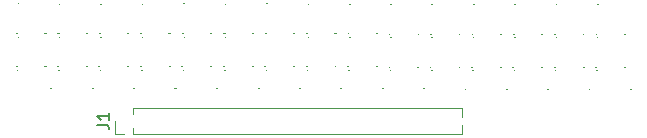
<source format=gbr>
%TF.GenerationSoftware,KiCad,Pcbnew,8.0.8-2.fc41*%
%TF.CreationDate,2025-02-01T06:38:31+00:00*%
%TF.ProjectId,small_led_a,736d616c-6c5f-46c6-9564-5f612e6b6963,rev?*%
%TF.SameCoordinates,Original*%
%TF.FileFunction,Legend,Top*%
%TF.FilePolarity,Positive*%
%FSLAX46Y46*%
G04 Gerber Fmt 4.6, Leading zero omitted, Abs format (unit mm)*
G04 Created by KiCad (PCBNEW 8.0.8-2.fc41) date 2025-02-01 06:38:31*
%MOMM*%
%LPD*%
G01*
G04 APERTURE LIST*
%ADD10C,0.150000*%
%ADD11C,0.100000*%
%ADD12C,0.120000*%
G04 APERTURE END LIST*
D10*
X69519819Y-63733333D02*
X70234104Y-63733333D01*
X70234104Y-63733333D02*
X70376961Y-63780952D01*
X70376961Y-63780952D02*
X70472200Y-63876190D01*
X70472200Y-63876190D02*
X70519819Y-64019047D01*
X70519819Y-64019047D02*
X70519819Y-64114285D01*
X70519819Y-62733333D02*
X70519819Y-63304761D01*
X70519819Y-63019047D02*
X69519819Y-63019047D01*
X69519819Y-63019047D02*
X69662676Y-63114285D01*
X69662676Y-63114285D02*
X69757914Y-63209523D01*
X69757914Y-63209523D02*
X69805533Y-63304761D01*
D11*
%TO.C,U15*%
X114750000Y-60722500D02*
G75*
G02*
X114650000Y-60722500I-50000J0D01*
G01*
X114650000Y-60722500D02*
G75*
G02*
X114750000Y-60722500I50000J0D01*
G01*
X114250000Y-58872500D02*
G75*
G02*
X114150000Y-58872500I-50000J0D01*
G01*
X114150000Y-58872500D02*
G75*
G02*
X114250000Y-58872500I50000J0D01*
G01*
X114250000Y-56072500D02*
G75*
G02*
X114150000Y-56072500I-50000J0D01*
G01*
X114150000Y-56072500D02*
G75*
G02*
X114250000Y-56072500I50000J0D01*
G01*
X111960000Y-53572500D02*
G75*
G02*
X111860000Y-53572500I-50000J0D01*
G01*
X111860000Y-53572500D02*
G75*
G02*
X111960000Y-53572500I50000J0D01*
G01*
X111950000Y-56372500D02*
G75*
G02*
X111850000Y-56372500I-50000J0D01*
G01*
X111850000Y-56372500D02*
G75*
G02*
X111950000Y-56372500I50000J0D01*
G01*
X111900000Y-59172500D02*
G75*
G02*
X111800000Y-59172500I-50000J0D01*
G01*
X111800000Y-59172500D02*
G75*
G02*
X111900000Y-59172500I50000J0D01*
G01*
X111850000Y-56072500D02*
G75*
G02*
X111750000Y-56072500I-50000J0D01*
G01*
X111750000Y-56072500D02*
G75*
G02*
X111850000Y-56072500I50000J0D01*
G01*
X111800000Y-58872500D02*
G75*
G02*
X111700000Y-58872500I-50000J0D01*
G01*
X111700000Y-58872500D02*
G75*
G02*
X111800000Y-58872500I50000J0D01*
G01*
%TO.C,U14*%
X108300000Y-58872500D02*
G75*
G02*
X108200000Y-58872500I-50000J0D01*
G01*
X108200000Y-58872500D02*
G75*
G02*
X108300000Y-58872500I50000J0D01*
G01*
X108350000Y-56072500D02*
G75*
G02*
X108250000Y-56072500I-50000J0D01*
G01*
X108250000Y-56072500D02*
G75*
G02*
X108350000Y-56072500I50000J0D01*
G01*
X108400000Y-59172500D02*
G75*
G02*
X108300000Y-59172500I-50000J0D01*
G01*
X108300000Y-59172500D02*
G75*
G02*
X108400000Y-59172500I50000J0D01*
G01*
X108450000Y-56372500D02*
G75*
G02*
X108350000Y-56372500I-50000J0D01*
G01*
X108350000Y-56372500D02*
G75*
G02*
X108450000Y-56372500I50000J0D01*
G01*
X108460000Y-53572500D02*
G75*
G02*
X108360000Y-53572500I-50000J0D01*
G01*
X108360000Y-53572500D02*
G75*
G02*
X108460000Y-53572500I50000J0D01*
G01*
X110750000Y-56072500D02*
G75*
G02*
X110650000Y-56072500I-50000J0D01*
G01*
X110650000Y-56072500D02*
G75*
G02*
X110750000Y-56072500I50000J0D01*
G01*
X110750000Y-58872500D02*
G75*
G02*
X110650000Y-58872500I-50000J0D01*
G01*
X110650000Y-58872500D02*
G75*
G02*
X110750000Y-58872500I50000J0D01*
G01*
X111250000Y-60722500D02*
G75*
G02*
X111150000Y-60722500I-50000J0D01*
G01*
X111150000Y-60722500D02*
G75*
G02*
X111250000Y-60722500I50000J0D01*
G01*
%TO.C,U13*%
X104800000Y-58872500D02*
G75*
G02*
X104700000Y-58872500I-50000J0D01*
G01*
X104700000Y-58872500D02*
G75*
G02*
X104800000Y-58872500I50000J0D01*
G01*
X104850000Y-56072500D02*
G75*
G02*
X104750000Y-56072500I-50000J0D01*
G01*
X104750000Y-56072500D02*
G75*
G02*
X104850000Y-56072500I50000J0D01*
G01*
X104900000Y-59172500D02*
G75*
G02*
X104800000Y-59172500I-50000J0D01*
G01*
X104800000Y-59172500D02*
G75*
G02*
X104900000Y-59172500I50000J0D01*
G01*
X104950000Y-56372500D02*
G75*
G02*
X104850000Y-56372500I-50000J0D01*
G01*
X104850000Y-56372500D02*
G75*
G02*
X104950000Y-56372500I50000J0D01*
G01*
X104960000Y-53572500D02*
G75*
G02*
X104860000Y-53572500I-50000J0D01*
G01*
X104860000Y-53572500D02*
G75*
G02*
X104960000Y-53572500I50000J0D01*
G01*
X107250000Y-56072500D02*
G75*
G02*
X107150000Y-56072500I-50000J0D01*
G01*
X107150000Y-56072500D02*
G75*
G02*
X107250000Y-56072500I50000J0D01*
G01*
X107250000Y-58872500D02*
G75*
G02*
X107150000Y-58872500I-50000J0D01*
G01*
X107150000Y-58872500D02*
G75*
G02*
X107250000Y-58872500I50000J0D01*
G01*
X107750000Y-60722500D02*
G75*
G02*
X107650000Y-60722500I-50000J0D01*
G01*
X107650000Y-60722500D02*
G75*
G02*
X107750000Y-60722500I50000J0D01*
G01*
%TO.C,U12*%
X101300000Y-58872500D02*
G75*
G02*
X101200000Y-58872500I-50000J0D01*
G01*
X101200000Y-58872500D02*
G75*
G02*
X101300000Y-58872500I50000J0D01*
G01*
X101350000Y-56072500D02*
G75*
G02*
X101250000Y-56072500I-50000J0D01*
G01*
X101250000Y-56072500D02*
G75*
G02*
X101350000Y-56072500I50000J0D01*
G01*
X101400000Y-59172500D02*
G75*
G02*
X101300000Y-59172500I-50000J0D01*
G01*
X101300000Y-59172500D02*
G75*
G02*
X101400000Y-59172500I50000J0D01*
G01*
X101450000Y-56372500D02*
G75*
G02*
X101350000Y-56372500I-50000J0D01*
G01*
X101350000Y-56372500D02*
G75*
G02*
X101450000Y-56372500I50000J0D01*
G01*
X101460000Y-53572500D02*
G75*
G02*
X101360000Y-53572500I-50000J0D01*
G01*
X101360000Y-53572500D02*
G75*
G02*
X101460000Y-53572500I50000J0D01*
G01*
X103750000Y-56072500D02*
G75*
G02*
X103650000Y-56072500I-50000J0D01*
G01*
X103650000Y-56072500D02*
G75*
G02*
X103750000Y-56072500I50000J0D01*
G01*
X103750000Y-58872500D02*
G75*
G02*
X103650000Y-58872500I-50000J0D01*
G01*
X103650000Y-58872500D02*
G75*
G02*
X103750000Y-58872500I50000J0D01*
G01*
X104250000Y-60722500D02*
G75*
G02*
X104150000Y-60722500I-50000J0D01*
G01*
X104150000Y-60722500D02*
G75*
G02*
X104250000Y-60722500I50000J0D01*
G01*
%TO.C,U11*%
X97800000Y-58855000D02*
G75*
G02*
X97700000Y-58855000I-50000J0D01*
G01*
X97700000Y-58855000D02*
G75*
G02*
X97800000Y-58855000I50000J0D01*
G01*
X97850000Y-56055000D02*
G75*
G02*
X97750000Y-56055000I-50000J0D01*
G01*
X97750000Y-56055000D02*
G75*
G02*
X97850000Y-56055000I50000J0D01*
G01*
X97900000Y-59155000D02*
G75*
G02*
X97800000Y-59155000I-50000J0D01*
G01*
X97800000Y-59155000D02*
G75*
G02*
X97900000Y-59155000I50000J0D01*
G01*
X97950000Y-56355000D02*
G75*
G02*
X97850000Y-56355000I-50000J0D01*
G01*
X97850000Y-56355000D02*
G75*
G02*
X97950000Y-56355000I50000J0D01*
G01*
X97960000Y-53555000D02*
G75*
G02*
X97860000Y-53555000I-50000J0D01*
G01*
X97860000Y-53555000D02*
G75*
G02*
X97960000Y-53555000I50000J0D01*
G01*
X100250000Y-56055000D02*
G75*
G02*
X100150000Y-56055000I-50000J0D01*
G01*
X100150000Y-56055000D02*
G75*
G02*
X100250000Y-56055000I50000J0D01*
G01*
X100250000Y-58855000D02*
G75*
G02*
X100150000Y-58855000I-50000J0D01*
G01*
X100150000Y-58855000D02*
G75*
G02*
X100250000Y-58855000I50000J0D01*
G01*
X100750000Y-60705000D02*
G75*
G02*
X100650000Y-60705000I-50000J0D01*
G01*
X100650000Y-60705000D02*
G75*
G02*
X100750000Y-60705000I50000J0D01*
G01*
%TO.C,U10*%
X97250000Y-60700000D02*
G75*
G02*
X97150000Y-60700000I-50000J0D01*
G01*
X97150000Y-60700000D02*
G75*
G02*
X97250000Y-60700000I50000J0D01*
G01*
X96750000Y-58850000D02*
G75*
G02*
X96650000Y-58850000I-50000J0D01*
G01*
X96650000Y-58850000D02*
G75*
G02*
X96750000Y-58850000I50000J0D01*
G01*
X96750000Y-56050000D02*
G75*
G02*
X96650000Y-56050000I-50000J0D01*
G01*
X96650000Y-56050000D02*
G75*
G02*
X96750000Y-56050000I50000J0D01*
G01*
X94460000Y-53550000D02*
G75*
G02*
X94360000Y-53550000I-50000J0D01*
G01*
X94360000Y-53550000D02*
G75*
G02*
X94460000Y-53550000I50000J0D01*
G01*
X94450000Y-56350000D02*
G75*
G02*
X94350000Y-56350000I-50000J0D01*
G01*
X94350000Y-56350000D02*
G75*
G02*
X94450000Y-56350000I50000J0D01*
G01*
X94400000Y-59150000D02*
G75*
G02*
X94300000Y-59150000I-50000J0D01*
G01*
X94300000Y-59150000D02*
G75*
G02*
X94400000Y-59150000I50000J0D01*
G01*
X94350000Y-56050000D02*
G75*
G02*
X94250000Y-56050000I-50000J0D01*
G01*
X94250000Y-56050000D02*
G75*
G02*
X94350000Y-56050000I50000J0D01*
G01*
X94300000Y-58850000D02*
G75*
G02*
X94200000Y-58850000I-50000J0D01*
G01*
X94200000Y-58850000D02*
G75*
G02*
X94300000Y-58850000I50000J0D01*
G01*
%TO.C,U9*%
X90800000Y-58822500D02*
G75*
G02*
X90700000Y-58822500I-50000J0D01*
G01*
X90700000Y-58822500D02*
G75*
G02*
X90800000Y-58822500I50000J0D01*
G01*
X90850000Y-56022500D02*
G75*
G02*
X90750000Y-56022500I-50000J0D01*
G01*
X90750000Y-56022500D02*
G75*
G02*
X90850000Y-56022500I50000J0D01*
G01*
X90900000Y-59122500D02*
G75*
G02*
X90800000Y-59122500I-50000J0D01*
G01*
X90800000Y-59122500D02*
G75*
G02*
X90900000Y-59122500I50000J0D01*
G01*
X90950000Y-56322500D02*
G75*
G02*
X90850000Y-56322500I-50000J0D01*
G01*
X90850000Y-56322500D02*
G75*
G02*
X90950000Y-56322500I50000J0D01*
G01*
X90960000Y-53522500D02*
G75*
G02*
X90860000Y-53522500I-50000J0D01*
G01*
X90860000Y-53522500D02*
G75*
G02*
X90960000Y-53522500I50000J0D01*
G01*
X93250000Y-56022500D02*
G75*
G02*
X93150000Y-56022500I-50000J0D01*
G01*
X93150000Y-56022500D02*
G75*
G02*
X93250000Y-56022500I50000J0D01*
G01*
X93250000Y-58822500D02*
G75*
G02*
X93150000Y-58822500I-50000J0D01*
G01*
X93150000Y-58822500D02*
G75*
G02*
X93250000Y-58822500I50000J0D01*
G01*
X93750000Y-60672500D02*
G75*
G02*
X93650000Y-60672500I-50000J0D01*
G01*
X93650000Y-60672500D02*
G75*
G02*
X93750000Y-60672500I50000J0D01*
G01*
%TO.C,U8*%
X87300000Y-58805000D02*
G75*
G02*
X87200000Y-58805000I-50000J0D01*
G01*
X87200000Y-58805000D02*
G75*
G02*
X87300000Y-58805000I50000J0D01*
G01*
X87350000Y-56005000D02*
G75*
G02*
X87250000Y-56005000I-50000J0D01*
G01*
X87250000Y-56005000D02*
G75*
G02*
X87350000Y-56005000I50000J0D01*
G01*
X87400000Y-59105000D02*
G75*
G02*
X87300000Y-59105000I-50000J0D01*
G01*
X87300000Y-59105000D02*
G75*
G02*
X87400000Y-59105000I50000J0D01*
G01*
X87450000Y-56305000D02*
G75*
G02*
X87350000Y-56305000I-50000J0D01*
G01*
X87350000Y-56305000D02*
G75*
G02*
X87450000Y-56305000I50000J0D01*
G01*
X87460000Y-53505000D02*
G75*
G02*
X87360000Y-53505000I-50000J0D01*
G01*
X87360000Y-53505000D02*
G75*
G02*
X87460000Y-53505000I50000J0D01*
G01*
X89750000Y-56005000D02*
G75*
G02*
X89650000Y-56005000I-50000J0D01*
G01*
X89650000Y-56005000D02*
G75*
G02*
X89750000Y-56005000I50000J0D01*
G01*
X89750000Y-58805000D02*
G75*
G02*
X89650000Y-58805000I-50000J0D01*
G01*
X89650000Y-58805000D02*
G75*
G02*
X89750000Y-58805000I50000J0D01*
G01*
X90250000Y-60655000D02*
G75*
G02*
X90150000Y-60655000I-50000J0D01*
G01*
X90150000Y-60655000D02*
G75*
G02*
X90250000Y-60655000I50000J0D01*
G01*
%TO.C,U3*%
X69750000Y-58815000D02*
G75*
G02*
X69650000Y-58815000I-50000J0D01*
G01*
X69650000Y-58815000D02*
G75*
G02*
X69750000Y-58815000I50000J0D01*
G01*
X69800000Y-56015000D02*
G75*
G02*
X69700000Y-56015000I-50000J0D01*
G01*
X69700000Y-56015000D02*
G75*
G02*
X69800000Y-56015000I50000J0D01*
G01*
X69850000Y-59115000D02*
G75*
G02*
X69750000Y-59115000I-50000J0D01*
G01*
X69750000Y-59115000D02*
G75*
G02*
X69850000Y-59115000I50000J0D01*
G01*
X69900000Y-56315000D02*
G75*
G02*
X69800000Y-56315000I-50000J0D01*
G01*
X69800000Y-56315000D02*
G75*
G02*
X69900000Y-56315000I50000J0D01*
G01*
X69910000Y-53515000D02*
G75*
G02*
X69810000Y-53515000I-50000J0D01*
G01*
X69810000Y-53515000D02*
G75*
G02*
X69910000Y-53515000I50000J0D01*
G01*
X72200000Y-56015000D02*
G75*
G02*
X72100000Y-56015000I-50000J0D01*
G01*
X72100000Y-56015000D02*
G75*
G02*
X72200000Y-56015000I50000J0D01*
G01*
X72200000Y-58815000D02*
G75*
G02*
X72100000Y-58815000I-50000J0D01*
G01*
X72100000Y-58815000D02*
G75*
G02*
X72200000Y-58815000I50000J0D01*
G01*
X72700000Y-60665000D02*
G75*
G02*
X72600000Y-60665000I-50000J0D01*
G01*
X72600000Y-60665000D02*
G75*
G02*
X72700000Y-60665000I50000J0D01*
G01*
%TO.C,U2*%
X66250000Y-58805000D02*
G75*
G02*
X66150000Y-58805000I-50000J0D01*
G01*
X66150000Y-58805000D02*
G75*
G02*
X66250000Y-58805000I50000J0D01*
G01*
X66300000Y-56005000D02*
G75*
G02*
X66200000Y-56005000I-50000J0D01*
G01*
X66200000Y-56005000D02*
G75*
G02*
X66300000Y-56005000I50000J0D01*
G01*
X66350000Y-59105000D02*
G75*
G02*
X66250000Y-59105000I-50000J0D01*
G01*
X66250000Y-59105000D02*
G75*
G02*
X66350000Y-59105000I50000J0D01*
G01*
X66400000Y-56305000D02*
G75*
G02*
X66300000Y-56305000I-50000J0D01*
G01*
X66300000Y-56305000D02*
G75*
G02*
X66400000Y-56305000I50000J0D01*
G01*
X66410000Y-53505000D02*
G75*
G02*
X66310000Y-53505000I-50000J0D01*
G01*
X66310000Y-53505000D02*
G75*
G02*
X66410000Y-53505000I50000J0D01*
G01*
X68700000Y-56005000D02*
G75*
G02*
X68600000Y-56005000I-50000J0D01*
G01*
X68600000Y-56005000D02*
G75*
G02*
X68700000Y-56005000I50000J0D01*
G01*
X68700000Y-58805000D02*
G75*
G02*
X68600000Y-58805000I-50000J0D01*
G01*
X68600000Y-58805000D02*
G75*
G02*
X68700000Y-58805000I50000J0D01*
G01*
X69200000Y-60655000D02*
G75*
G02*
X69100000Y-60655000I-50000J0D01*
G01*
X69100000Y-60655000D02*
G75*
G02*
X69200000Y-60655000I50000J0D01*
G01*
%TO.C,U1*%
X62750000Y-58800000D02*
G75*
G02*
X62650000Y-58800000I-50000J0D01*
G01*
X62650000Y-58800000D02*
G75*
G02*
X62750000Y-58800000I50000J0D01*
G01*
X62800000Y-56000000D02*
G75*
G02*
X62700000Y-56000000I-50000J0D01*
G01*
X62700000Y-56000000D02*
G75*
G02*
X62800000Y-56000000I50000J0D01*
G01*
X62850000Y-59100000D02*
G75*
G02*
X62750000Y-59100000I-50000J0D01*
G01*
X62750000Y-59100000D02*
G75*
G02*
X62850000Y-59100000I50000J0D01*
G01*
X62900000Y-56300000D02*
G75*
G02*
X62800000Y-56300000I-50000J0D01*
G01*
X62800000Y-56300000D02*
G75*
G02*
X62900000Y-56300000I50000J0D01*
G01*
X62910000Y-53500000D02*
G75*
G02*
X62810000Y-53500000I-50000J0D01*
G01*
X62810000Y-53500000D02*
G75*
G02*
X62910000Y-53500000I50000J0D01*
G01*
X65200000Y-56000000D02*
G75*
G02*
X65100000Y-56000000I-50000J0D01*
G01*
X65100000Y-56000000D02*
G75*
G02*
X65200000Y-56000000I50000J0D01*
G01*
X65200000Y-58800000D02*
G75*
G02*
X65100000Y-58800000I-50000J0D01*
G01*
X65100000Y-58800000D02*
G75*
G02*
X65200000Y-58800000I50000J0D01*
G01*
X65700000Y-60650000D02*
G75*
G02*
X65600000Y-60650000I-50000J0D01*
G01*
X65600000Y-60650000D02*
G75*
G02*
X65700000Y-60650000I50000J0D01*
G01*
%TO.C,U5*%
X76770000Y-58800000D02*
G75*
G02*
X76670000Y-58800000I-50000J0D01*
G01*
X76670000Y-58800000D02*
G75*
G02*
X76770000Y-58800000I50000J0D01*
G01*
X76820000Y-56000000D02*
G75*
G02*
X76720000Y-56000000I-50000J0D01*
G01*
X76720000Y-56000000D02*
G75*
G02*
X76820000Y-56000000I50000J0D01*
G01*
X76870000Y-59100000D02*
G75*
G02*
X76770000Y-59100000I-50000J0D01*
G01*
X76770000Y-59100000D02*
G75*
G02*
X76870000Y-59100000I50000J0D01*
G01*
X76920000Y-56300000D02*
G75*
G02*
X76820000Y-56300000I-50000J0D01*
G01*
X76820000Y-56300000D02*
G75*
G02*
X76920000Y-56300000I50000J0D01*
G01*
X76930000Y-53500000D02*
G75*
G02*
X76830000Y-53500000I-50000J0D01*
G01*
X76830000Y-53500000D02*
G75*
G02*
X76930000Y-53500000I50000J0D01*
G01*
X79220000Y-56000000D02*
G75*
G02*
X79120000Y-56000000I-50000J0D01*
G01*
X79120000Y-56000000D02*
G75*
G02*
X79220000Y-56000000I50000J0D01*
G01*
X79220000Y-58800000D02*
G75*
G02*
X79120000Y-58800000I-50000J0D01*
G01*
X79120000Y-58800000D02*
G75*
G02*
X79220000Y-58800000I50000J0D01*
G01*
X79720000Y-60650000D02*
G75*
G02*
X79620000Y-60650000I-50000J0D01*
G01*
X79620000Y-60650000D02*
G75*
G02*
X79720000Y-60650000I50000J0D01*
G01*
%TO.C,U7*%
X83800000Y-58800000D02*
G75*
G02*
X83700000Y-58800000I-50000J0D01*
G01*
X83700000Y-58800000D02*
G75*
G02*
X83800000Y-58800000I50000J0D01*
G01*
X83850000Y-56000000D02*
G75*
G02*
X83750000Y-56000000I-50000J0D01*
G01*
X83750000Y-56000000D02*
G75*
G02*
X83850000Y-56000000I50000J0D01*
G01*
X83900000Y-59100000D02*
G75*
G02*
X83800000Y-59100000I-50000J0D01*
G01*
X83800000Y-59100000D02*
G75*
G02*
X83900000Y-59100000I50000J0D01*
G01*
X83950000Y-56300000D02*
G75*
G02*
X83850000Y-56300000I-50000J0D01*
G01*
X83850000Y-56300000D02*
G75*
G02*
X83950000Y-56300000I50000J0D01*
G01*
X83960000Y-53500000D02*
G75*
G02*
X83860000Y-53500000I-50000J0D01*
G01*
X83860000Y-53500000D02*
G75*
G02*
X83960000Y-53500000I50000J0D01*
G01*
X86250000Y-56000000D02*
G75*
G02*
X86150000Y-56000000I-50000J0D01*
G01*
X86150000Y-56000000D02*
G75*
G02*
X86250000Y-56000000I50000J0D01*
G01*
X86250000Y-58800000D02*
G75*
G02*
X86150000Y-58800000I-50000J0D01*
G01*
X86150000Y-58800000D02*
G75*
G02*
X86250000Y-58800000I50000J0D01*
G01*
X86750000Y-60650000D02*
G75*
G02*
X86650000Y-60650000I-50000J0D01*
G01*
X86650000Y-60650000D02*
G75*
G02*
X86750000Y-60650000I50000J0D01*
G01*
%TO.C,U4*%
X73250000Y-58805000D02*
G75*
G02*
X73150000Y-58805000I-50000J0D01*
G01*
X73150000Y-58805000D02*
G75*
G02*
X73250000Y-58805000I50000J0D01*
G01*
X73300000Y-56005000D02*
G75*
G02*
X73200000Y-56005000I-50000J0D01*
G01*
X73200000Y-56005000D02*
G75*
G02*
X73300000Y-56005000I50000J0D01*
G01*
X73350000Y-59105000D02*
G75*
G02*
X73250000Y-59105000I-50000J0D01*
G01*
X73250000Y-59105000D02*
G75*
G02*
X73350000Y-59105000I50000J0D01*
G01*
X73400000Y-56305000D02*
G75*
G02*
X73300000Y-56305000I-50000J0D01*
G01*
X73300000Y-56305000D02*
G75*
G02*
X73400000Y-56305000I50000J0D01*
G01*
X73410000Y-53505000D02*
G75*
G02*
X73310000Y-53505000I-50000J0D01*
G01*
X73310000Y-53505000D02*
G75*
G02*
X73410000Y-53505000I50000J0D01*
G01*
X75700000Y-56005000D02*
G75*
G02*
X75600000Y-56005000I-50000J0D01*
G01*
X75600000Y-56005000D02*
G75*
G02*
X75700000Y-56005000I50000J0D01*
G01*
X75700000Y-58805000D02*
G75*
G02*
X75600000Y-58805000I-50000J0D01*
G01*
X75600000Y-58805000D02*
G75*
G02*
X75700000Y-58805000I50000J0D01*
G01*
X76200000Y-60655000D02*
G75*
G02*
X76100000Y-60655000I-50000J0D01*
G01*
X76100000Y-60655000D02*
G75*
G02*
X76200000Y-60655000I50000J0D01*
G01*
%TO.C,U6*%
X80300000Y-58805000D02*
G75*
G02*
X80200000Y-58805000I-50000J0D01*
G01*
X80200000Y-58805000D02*
G75*
G02*
X80300000Y-58805000I50000J0D01*
G01*
X80350000Y-56005000D02*
G75*
G02*
X80250000Y-56005000I-50000J0D01*
G01*
X80250000Y-56005000D02*
G75*
G02*
X80350000Y-56005000I50000J0D01*
G01*
X80400000Y-59105000D02*
G75*
G02*
X80300000Y-59105000I-50000J0D01*
G01*
X80300000Y-59105000D02*
G75*
G02*
X80400000Y-59105000I50000J0D01*
G01*
X80450000Y-56305000D02*
G75*
G02*
X80350000Y-56305000I-50000J0D01*
G01*
X80350000Y-56305000D02*
G75*
G02*
X80450000Y-56305000I50000J0D01*
G01*
X80460000Y-53505000D02*
G75*
G02*
X80360000Y-53505000I-50000J0D01*
G01*
X80360000Y-53505000D02*
G75*
G02*
X80460000Y-53505000I50000J0D01*
G01*
X82750000Y-56005000D02*
G75*
G02*
X82650000Y-56005000I-50000J0D01*
G01*
X82650000Y-56005000D02*
G75*
G02*
X82750000Y-56005000I50000J0D01*
G01*
X82750000Y-58805000D02*
G75*
G02*
X82650000Y-58805000I-50000J0D01*
G01*
X82650000Y-58805000D02*
G75*
G02*
X82750000Y-58805000I50000J0D01*
G01*
X83250000Y-60655000D02*
G75*
G02*
X83150000Y-60655000I-50000J0D01*
G01*
X83150000Y-60655000D02*
G75*
G02*
X83250000Y-60655000I50000J0D01*
G01*
D12*
%TO.C,J1*%
X71000000Y-64510000D02*
X71000000Y-63400000D01*
X71760000Y-64510000D02*
X71000000Y-64510000D01*
X72520000Y-64510000D02*
X100395000Y-64510000D01*
X72520000Y-64510000D02*
X72520000Y-63963471D01*
X100395000Y-64510000D02*
X100395000Y-63707530D01*
X100395000Y-63092470D02*
X100395000Y-62290000D01*
X72520000Y-62836529D02*
X72520000Y-62290000D01*
X72520000Y-62290000D02*
X100395000Y-62290000D01*
%TD*%
M02*

</source>
